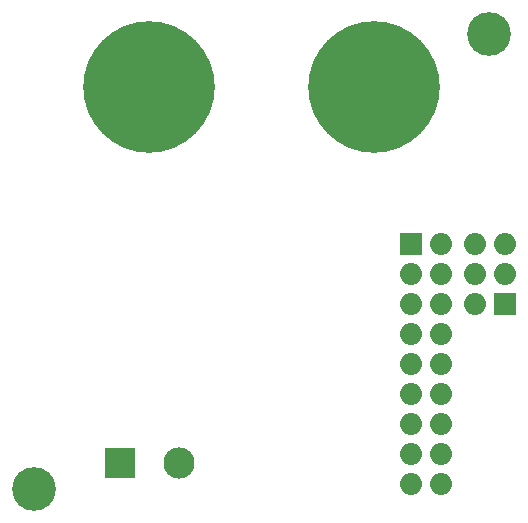
<source format=gts>
G04 #@! TF.FileFunction,Soldermask,Top*
%FSLAX46Y46*%
G04 Gerber Fmt 4.6, Leading zero omitted, Abs format (unit mm)*
G04 Created by KiCad (PCBNEW 4.0.4-stable) date Monday, August 28, 2017 'PMt' 10:13:35 PM*
%MOMM*%
%LPD*%
G01*
G04 APERTURE LIST*
%ADD10C,0.100000*%
%ADD11R,2.640000X2.640000*%
%ADD12C,2.640000*%
%ADD13R,1.867200X1.867200*%
%ADD14O,1.867200X1.867200*%
%ADD15C,11.140000*%
%ADD16C,3.696000*%
G04 APERTURE END LIST*
D10*
D11*
X88000000Y-117050000D03*
D12*
X93000000Y-117050000D03*
D13*
X120590000Y-103620000D03*
D14*
X118050000Y-103620000D03*
X120590000Y-101080000D03*
X118050000Y-101080000D03*
X120590000Y-98540000D03*
X118050000Y-98540000D03*
D13*
X112660000Y-98540000D03*
D14*
X115200000Y-98540000D03*
X112660000Y-101080000D03*
X115200000Y-101080000D03*
X112660000Y-103620000D03*
X115200000Y-103620000D03*
X112660000Y-106160000D03*
X115200000Y-106160000D03*
X112660000Y-108700000D03*
X115200000Y-108700000D03*
X112660000Y-111240000D03*
X115200000Y-111240000D03*
X112660000Y-113780000D03*
X115200000Y-113780000D03*
X112660000Y-116320000D03*
X115200000Y-116320000D03*
X112660000Y-118860000D03*
X115200000Y-118860000D03*
D15*
X90475000Y-85200000D03*
X109525000Y-85200000D03*
D16*
X119250000Y-80750000D03*
X80750000Y-119250000D03*
M02*

</source>
